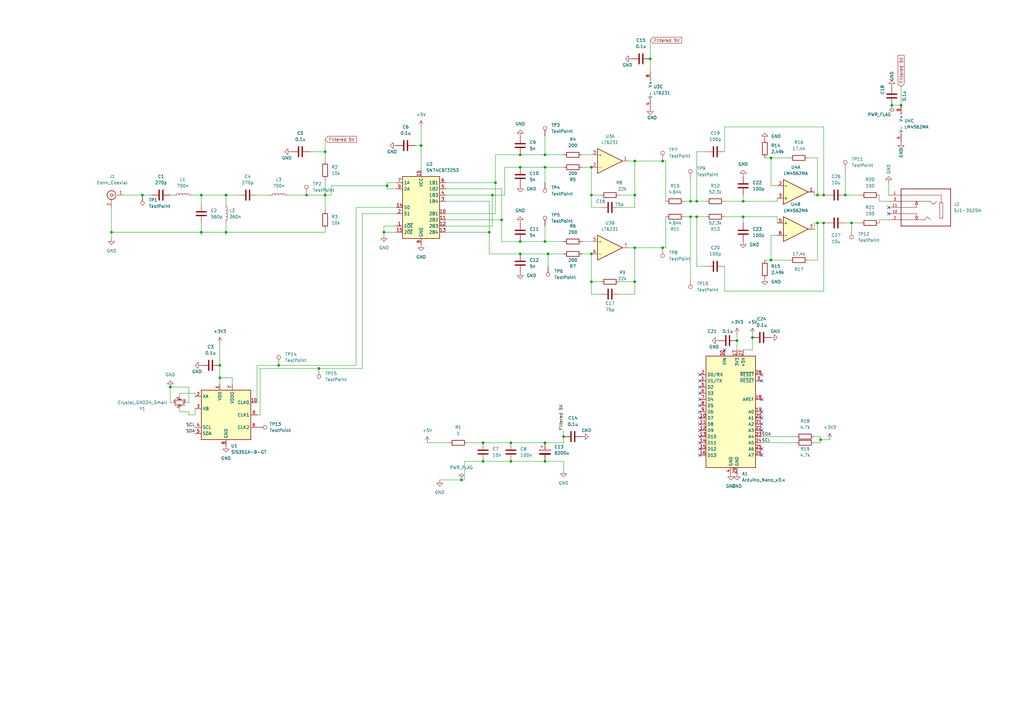
<source format=kicad_sch>
(kicad_sch (version 20211123) (generator eeschema)
  (paper "A3")
  (junction (at 189.23 196.85))
  (junction (at 223.52 189.23))
  (junction (at 133.35 62.23))
  (junction (at 283.21 88.9))
  (junction (at 213.36 99.06))
  (junction (at 283.21 82.55))
  (junction (at 336.55 180.34))
  (junction (at 266.7 24.13))
  (junction (at 346.71 80.01))
  (junction (at 271.78 66.04))
  (junction (at 133.35 80.01))
  (junction (at 260.35 101.6))
  (junction (at 224.79 104.14))
  (junction (at 365.76 43.18))
  (junction (at 205.74 90.17))
  (junction (at 271.78 101.6))
  (junction (at 223.52 99.06))
  (junction (at 209.55 189.23))
  (junction (at 242.57 68.58))
  (junction (at 172.72 59.69))
  (junction (at 242.57 104.14))
  (junction (at 285.75 88.9))
  (junction (at 231.14 179.07))
  (junction (at 213.36 68.58))
  (junction (at 335.28 80.01))
  (junction (at 260.35 115.57))
  (junction (at 316.23 106.68))
  (junction (at 157.48 95.25))
  (junction (at 198.12 189.23))
  (junction (at 337.82 80.01))
  (junction (at 337.82 91.44))
  (junction (at 242.57 115.57))
  (junction (at 198.12 181.61))
  (junction (at 82.55 95.25))
  (junction (at 45.72 95.25))
  (junction (at 92.71 80.01))
  (junction (at 209.55 181.61))
  (junction (at 213.36 104.14))
  (junction (at 304.8 82.55))
  (junction (at 223.52 63.5))
  (junction (at 58.42 80.01))
  (junction (at 158.75 76.2))
  (junction (at 349.25 91.44))
  (junction (at 285.75 82.55))
  (junction (at 90.17 149.86))
  (junction (at 316.23 64.77))
  (junction (at 200.66 95.25))
  (junction (at 203.2 74.93))
  (junction (at 213.36 63.5))
  (junction (at 201.93 80.01))
  (junction (at 69.85 158.75))
  (junction (at 90.17 154.94))
  (junction (at 125.73 80.01))
  (junction (at 304.8 88.9))
  (junction (at 82.55 80.01))
  (junction (at 223.52 181.61))
  (junction (at 130.81 151.13))
  (junction (at 223.52 68.58))
  (junction (at 242.57 80.01))
  (junction (at 302.26 139.7))
  (junction (at 114.3 149.86))
  (junction (at 92.71 95.25))
  (junction (at 308.61 138.43))
  (junction (at 369.57 43.18))
  (junction (at 260.35 80.01))
  (junction (at 260.35 66.04))
  (junction (at 335.28 91.44))
  (no_connect (at 287.02 153.67))
  (no_connect (at 297.18 143.51))
  (no_connect (at 287.02 168.91))
  (no_connect (at 287.02 179.07))
  (no_connect (at 312.42 184.15))
  (no_connect (at 287.02 186.69))
  (no_connect (at 312.42 153.67))
  (no_connect (at 287.02 171.45))
  (no_connect (at 312.42 186.69))
  (no_connect (at 364.49 87.63))
  (no_connect (at 364.49 85.09))
  (no_connect (at 312.42 173.99))
  (no_connect (at 312.42 156.21))
  (no_connect (at 312.42 168.91))
  (no_connect (at 287.02 163.83))
  (no_connect (at 287.02 158.75))
  (no_connect (at 312.42 176.53))
  (no_connect (at 287.02 166.37))
  (no_connect (at 287.02 161.29))
  (no_connect (at 287.02 184.15))
  (no_connect (at 312.42 163.83))
  (no_connect (at 312.42 171.45))
  (no_connect (at 287.02 176.53))
  (no_connect (at 287.02 181.61))
  (no_connect (at 287.02 156.21))
  (no_connect (at 287.02 173.99))
  (wire (pts (xy 308.61 138.43) (xy 308.61 137.16)))
  (wire (pts (xy 318.77 82.55) (xy 318.77 81.28)))
  (wire (pts (xy 182.88 87.63) (xy 203.2 87.63)))
  (wire (pts (xy 189.23 196.85) (xy 190.5 196.85)))
  (wire (pts (xy 316.23 64.77) (xy 323.85 64.77)))
  (wire (pts (xy 106.68 151.13) (xy 130.81 151.13)))
  (wire (pts (xy 337.82 91.44) (xy 339.09 91.44)))
  (wire (pts (xy 346.71 91.44) (xy 349.25 91.44)))
  (wire (pts (xy 180.34 196.85) (xy 189.23 196.85)))
  (wire (pts (xy 213.36 68.58) (xy 223.52 68.58)))
  (wire (pts (xy 82.55 95.25) (xy 82.55 96.52)))
  (wire (pts (xy 133.35 73.66) (xy 133.35 80.01)))
  (wire (pts (xy 58.42 80.01) (xy 62.23 80.01)))
  (wire (pts (xy 273.05 66.04) (xy 273.05 82.55)))
  (wire (pts (xy 238.76 99.06) (xy 242.57 99.06)))
  (wire (pts (xy 127 62.23) (xy 133.35 62.23)))
  (wire (pts (xy 182.88 92.71) (xy 201.93 92.71)))
  (wire (pts (xy 92.71 80.01) (xy 97.79 80.01)))
  (wire (pts (xy 365.76 43.18) (xy 369.57 43.18)))
  (wire (pts (xy 114.3 149.86) (xy 105.41 149.86)))
  (wire (pts (xy 336.55 179.07) (xy 336.55 180.34)))
  (wire (pts (xy 360.68 91.44) (xy 360.68 90.17)))
  (wire (pts (xy 71.12 80.01) (xy 69.85 80.01)))
  (wire (pts (xy 242.57 80.01) (xy 246.38 80.01)))
  (wire (pts (xy 95.25 154.94) (xy 95.25 157.48)))
  (wire (pts (xy 316.23 96.52) (xy 316.23 106.68)))
  (wire (pts (xy 45.72 97.79) (xy 45.72 95.25)))
  (wire (pts (xy 349.25 93.98) (xy 349.25 91.44)))
  (wire (pts (xy 157.48 92.71) (xy 157.48 95.25)))
  (wire (pts (xy 302.26 139.7) (xy 302.26 143.51)))
  (wire (pts (xy 92.71 80.01) (xy 92.71 83.82)))
  (wire (pts (xy 334.01 179.07) (xy 336.55 179.07)))
  (wire (pts (xy 73.66 167.64) (xy 73.66 168.91)))
  (wire (pts (xy 162.56 77.47) (xy 158.75 77.47)))
  (wire (pts (xy 224.79 104.14) (xy 231.14 104.14)))
  (wire (pts (xy 203.2 87.63) (xy 203.2 74.93)))
  (wire (pts (xy 260.35 101.6) (xy 257.81 101.6)))
  (wire (pts (xy 77.47 170.18) (xy 77.47 168.91)))
  (wire (pts (xy 260.35 115.57) (xy 260.35 101.6)))
  (wire (pts (xy 242.57 80.01) (xy 242.57 85.09)))
  (wire (pts (xy 297.18 82.55) (xy 304.8 82.55)))
  (wire (pts (xy 172.72 52.07) (xy 172.72 59.69)))
  (wire (pts (xy 82.55 80.01) (xy 92.71 80.01)))
  (wire (pts (xy 209.55 181.61) (xy 223.52 181.61)))
  (wire (pts (xy 223.52 63.5) (xy 231.14 63.5)))
  (wire (pts (xy 146.05 85.09) (xy 146.05 149.86)))
  (wire (pts (xy 213.36 63.5) (xy 223.52 63.5)))
  (wire (pts (xy 231.14 179.07) (xy 231.14 181.61)))
  (wire (pts (xy 254 80.01) (xy 260.35 80.01)))
  (wire (pts (xy 346.71 80.01) (xy 353.06 80.01)))
  (wire (pts (xy 223.52 55.88) (xy 223.52 63.5)))
  (wire (pts (xy 190.5 196.85) (xy 190.5 189.23)))
  (wire (pts (xy 205.74 99.06) (xy 213.36 99.06)))
  (wire (pts (xy 133.35 62.23) (xy 133.35 66.04)))
  (wire (pts (xy 231.14 189.23) (xy 231.14 193.04)))
  (wire (pts (xy 207.01 80.01) (xy 207.01 68.58)))
  (wire (pts (xy 133.35 95.25) (xy 133.35 93.98)))
  (wire (pts (xy 242.57 115.57) (xy 242.57 104.14)))
  (wire (pts (xy 105.41 80.01) (xy 110.49 80.01)))
  (wire (pts (xy 90.17 140.97) (xy 90.17 149.86)))
  (wire (pts (xy 304.8 88.9) (xy 318.77 88.9)))
  (wire (pts (xy 223.52 181.61) (xy 231.14 181.61)))
  (wire (pts (xy 105.41 149.86) (xy 105.41 165.1)))
  (wire (pts (xy 182.88 74.93) (xy 203.2 74.93)))
  (wire (pts (xy 271.78 66.04) (xy 273.05 66.04)))
  (wire (pts (xy 364.49 74.93) (xy 364.49 80.01)))
  (wire (pts (xy 349.25 91.44) (xy 353.06 91.44)))
  (wire (pts (xy 223.52 92.71) (xy 223.52 99.06)))
  (wire (pts (xy 213.36 104.14) (xy 224.79 104.14)))
  (wire (pts (xy 313.69 64.77) (xy 316.23 64.77)))
  (wire (pts (xy 90.17 154.94) (xy 90.17 157.48)))
  (wire (pts (xy 254 120.65) (xy 260.35 120.65)))
  (wire (pts (xy 77.47 158.75) (xy 69.85 158.75)))
  (wire (pts (xy 335.28 64.77) (xy 335.28 80.01)))
  (wire (pts (xy 337.82 52.07) (xy 297.18 52.07)))
  (wire (pts (xy 118.11 80.01) (xy 125.73 80.01)))
  (wire (pts (xy 335.28 91.44) (xy 337.82 91.44)))
  (wire (pts (xy 205.74 90.17) (xy 205.74 99.06)))
  (wire (pts (xy 313.69 106.68) (xy 316.23 106.68)))
  (wire (pts (xy 337.82 52.07) (xy 337.82 80.01)))
  (wire (pts (xy 76.2 165.1) (xy 77.47 165.1)))
  (wire (pts (xy 285.75 62.23) (xy 289.56 62.23)))
  (wire (pts (xy 80.01 161.29) (xy 80.01 162.56)))
  (wire (pts (xy 224.79 109.22) (xy 224.79 104.14)))
  (wire (pts (xy 283.21 73.66) (xy 283.21 82.55)))
  (wire (pts (xy 92.71 95.25) (xy 133.35 95.25)))
  (wire (pts (xy 336.55 180.34) (xy 340.36 180.34)))
  (wire (pts (xy 125.73 80.01) (xy 133.35 80.01)))
  (wire (pts (xy 198.12 181.61) (xy 209.55 181.61)))
  (wire (pts (xy 346.71 69.85) (xy 346.71 80.01)))
  (wire (pts (xy 201.93 80.01) (xy 201.93 92.71)))
  (wire (pts (xy 223.52 189.23) (xy 231.14 189.23)))
  (wire (pts (xy 238.76 104.14) (xy 242.57 104.14)))
  (wire (pts (xy 285.75 82.55) (xy 285.75 62.23)))
  (wire (pts (xy 238.76 68.58) (xy 242.57 68.58)))
  (wire (pts (xy 78.74 80.01) (xy 82.55 80.01)))
  (wire (pts (xy 182.88 80.01) (xy 201.93 80.01)))
  (wire (pts (xy 238.76 63.5) (xy 242.57 63.5)))
  (wire (pts (xy 335.28 91.44) (xy 334.01 91.44)))
  (wire (pts (xy 304.8 82.55) (xy 318.77 82.55)))
  (wire (pts (xy 191.77 181.61) (xy 198.12 181.61)))
  (wire (pts (xy 205.74 77.47) (xy 205.74 90.17)))
  (wire (pts (xy 242.57 120.65) (xy 242.57 115.57)))
  (wire (pts (xy 182.88 90.17) (xy 205.74 90.17)))
  (wire (pts (xy 133.35 57.15) (xy 133.35 62.23)))
  (wire (pts (xy 69.85 158.75) (xy 69.85 165.1)))
  (wire (pts (xy 77.47 165.1) (xy 77.47 158.75)))
  (wire (pts (xy 172.72 59.69) (xy 172.72 69.85)))
  (wire (pts (xy 337.82 80.01) (xy 339.09 80.01)))
  (wire (pts (xy 334.01 80.01) (xy 335.28 80.01)))
  (wire (pts (xy 304.8 88.9) (xy 304.8 91.44)))
  (wire (pts (xy 334.01 181.61) (xy 336.55 181.61)))
  (wire (pts (xy 336.55 180.34) (xy 336.55 181.61)))
  (wire (pts (xy 273.05 88.9) (xy 273.05 101.6)))
  (wire (pts (xy 260.35 66.04) (xy 271.78 66.04)))
  (wire (pts (xy 260.35 66.04) (xy 257.81 66.04)))
  (wire (pts (xy 312.42 181.61) (xy 326.39 181.61)))
  (wire (pts (xy 285.75 88.9) (xy 289.56 88.9)))
  (wire (pts (xy 316.23 64.77) (xy 316.23 76.2)))
  (wire (pts (xy 170.18 59.69) (xy 172.72 59.69)))
  (wire (pts (xy 360.68 90.17) (xy 364.49 90.17)))
  (wire (pts (xy 283.21 88.9) (xy 285.75 88.9)))
  (wire (pts (xy 207.01 68.58) (xy 213.36 68.58)))
  (wire (pts (xy 231.14 176.53) (xy 231.14 179.07)))
  (wire (pts (xy 130.81 151.13) (xy 148.59 151.13)))
  (wire (pts (xy 285.75 88.9) (xy 285.75 109.22)))
  (wire (pts (xy 133.35 80.01) (xy 133.35 86.36)))
  (wire (pts (xy 158.75 74.93) (xy 162.56 74.93)))
  (wire (pts (xy 77.47 170.18) (xy 80.01 170.18)))
  (wire (pts (xy 369.57 43.18) (xy 369.57 35.56)))
  (wire (pts (xy 90.17 154.94) (xy 95.25 154.94)))
  (wire (pts (xy 246.38 120.65) (xy 242.57 120.65)))
  (wire (pts (xy 182.88 82.55) (xy 200.66 82.55)))
  (wire (pts (xy 157.48 95.25) (xy 157.48 96.52)))
  (wire (pts (xy 201.93 80.01) (xy 207.01 80.01)))
  (wire (pts (xy 82.55 80.01) (xy 82.55 83.82)))
  (wire (pts (xy 146.05 149.86) (xy 114.3 149.86)))
  (wire (pts (xy 105.41 170.18) (xy 106.68 170.18)))
  (wire (pts (xy 285.75 82.55) (xy 289.56 82.55)))
  (wire (pts (xy 148.59 151.13) (xy 148.59 87.63)))
  (wire (pts (xy 162.56 85.09) (xy 146.05 85.09)))
  (wire (pts (xy 271.78 101.6) (xy 273.05 101.6)))
  (wire (pts (xy 162.56 92.71) (xy 157.48 92.71)))
  (wire (pts (xy 335.28 91.44) (xy 335.28 106.68)))
  (wire (pts (xy 213.36 99.06) (xy 223.52 99.06)))
  (wire (pts (xy 297.18 52.07) (xy 297.18 62.23)))
  (wire (pts (xy 223.52 74.93) (xy 223.52 68.58)))
  (wire (pts (xy 182.88 77.47) (xy 205.74 77.47)))
  (wire (pts (xy 223.52 99.06) (xy 231.14 99.06)))
  (wire (pts (xy 334.01 91.44) (xy 334.01 93.98)))
  (wire (pts (xy 302.26 137.16) (xy 302.26 139.7)))
  (wire (pts (xy 312.42 179.07) (xy 326.39 179.07)))
  (wire (pts (xy 337.82 119.38) (xy 297.18 119.38)))
  (wire (pts (xy 175.26 181.61) (xy 184.15 181.61)))
  (wire (pts (xy 190.5 189.23) (xy 198.12 189.23)))
  (wire (pts (xy 200.66 104.14) (xy 213.36 104.14)))
  (wire (pts (xy 285.75 109.22) (xy 289.56 109.22)))
  (wire (pts (xy 335.28 80.01) (xy 337.82 80.01)))
  (wire (pts (xy 80.01 170.18) (xy 80.01 167.64)))
  (wire (pts (xy 254 85.09) (xy 260.35 85.09)))
  (wire (pts (xy 283.21 114.3) (xy 283.21 88.9)))
  (wire (pts (xy 242.57 68.58) (xy 242.57 80.01)))
  (wire (pts (xy 73.66 161.29) (xy 73.66 162.56)))
  (wire (pts (xy 337.82 91.44) (xy 337.82 119.38)))
  (wire (pts (xy 50.8 80.01) (xy 58.42 80.01)))
  (wire (pts (xy 158.75 76.2) (xy 158.75 74.93)))
  (wire (pts (xy 73.66 161.29) (xy 80.01 161.29)))
  (wire (pts (xy 203.2 74.93) (xy 203.2 63.5)))
  (wire (pts (xy 209.55 189.23) (xy 223.52 189.23)))
  (wire (pts (xy 331.47 106.68) (xy 335.28 106.68)))
  (wire (pts (xy 297.18 88.9) (xy 304.8 88.9)))
  (wire (pts (xy 203.2 63.5) (xy 213.36 63.5)))
  (wire (pts (xy 335.28 64.77) (xy 331.47 64.77)))
  (wire (pts (xy 316.23 106.68) (xy 323.85 106.68)))
  (wire (pts (xy 304.8 80.01) (xy 304.8 82.55)))
  (wire (pts (xy 260.35 101.6) (xy 271.78 101.6)))
  (wire (pts (xy 200.66 82.55) (xy 200.66 95.25)))
  (wire (pts (xy 133.35 80.01) (xy 135.89 80.01)))
  (wire (pts (xy 280.67 88.9) (xy 283.21 88.9)))
  (wire (pts (xy 360.68 80.01) (xy 360.68 82.55)))
  (wire (pts (xy 360.68 82.55) (xy 364.49 82.55)))
  (wire (pts (xy 334.01 78.74) (xy 334.01 80.01)))
  (wire (pts (xy 148.59 87.63) (xy 162.56 87.63)))
  (wire (pts (xy 106.68 170.18) (xy 106.68 151.13)))
  (wire (pts (xy 242.57 85.09) (xy 246.38 85.09)))
  (wire (pts (xy 45.72 95.25) (xy 82.55 95.25)))
  (wire (pts (xy 82.55 95.25) (xy 92.71 95.25)))
  (wire (pts (xy 260.35 80.01) (xy 260.35 85.09)))
  (wire (pts (xy 77.47 168.91) (xy 73.66 168.91)))
  (wire (pts (xy 297.18 119.38) (xy 297.18 109.22)))
  (wire (pts (xy 283.21 82.55) (xy 285.75 82.55)))
  (wire (pts (xy 135.89 76.2) (xy 158.75 76.2)))
  (wire (pts (xy 135.89 80.01) (xy 135.89 76.2)))
  (wire (pts (xy 318.77 88.9) (xy 318.77 91.44)))
  (wire (pts (xy 200.66 95.25) (xy 200.66 104.14)))
  (wire (pts (xy 246.38 115.57) (xy 242.57 115.57)))
  (wire (pts (xy 69.85 165.1) (xy 71.12 165.1)))
  (wire (pts (xy 316.23 76.2) (xy 318.77 76.2)))
  (wire (pts (xy 223.52 68.58) (xy 231.14 68.58)))
  (wire (pts (xy 198.12 189.23) (xy 209.55 189.23)))
  (wire (pts (xy 157.48 95.25) (xy 162.56 95.25)))
  (wire (pts (xy 260.35 66.04) (xy 260.35 80.01)))
  (wire (pts (xy 260.35 120.65) (xy 260.35 115.57)))
  (wire (pts (xy 304.8 143.51) (xy 308.61 143.51)))
  (wire (pts (xy 266.7 24.13) (xy 266.7 29.21)))
  (wire (pts (xy 254 115.57) (xy 260.35 115.57)))
  (wire (pts (xy 266.7 16.51) (xy 266.7 24.13)))
  (wire (pts (xy 280.67 82.55) (xy 283.21 82.55)))
  (wire (pts (xy 158.75 77.47) (xy 158.75 76.2)))
  (wire (pts (xy 92.71 95.25) (xy 92.71 96.52)))
  (wire (pts (xy 316.23 96.52) (xy 318.77 96.52)))
  (wire (pts (xy 45.72 95.25) (xy 45.72 85.09)))
  (wire (pts (xy 182.88 95.25) (xy 200.66 95.25)))
  (wire (pts (xy 82.55 91.44) (xy 82.55 95.25)))
  (wire (pts (xy 92.71 91.44) (xy 92.71 95.25)))
  (wire (pts (xy 308.61 143.51) (xy 308.61 138.43)))
  (wire (pts (xy 90.17 149.86) (xy 90.17 154.94)))
  (label "SDA" (at 80.01 177.8 180))
  (label "SDA" (at 312.42 179.07 0))
  (label "Filtered 5V" (at 231.14 176.53 90))
  (label "SCL" (at 312.42 181.61 0))
  (label "SCL" (at 80.01 175.26 180))
  (global_label "Filtered 5V" (shape input) (at 266.7 16.51 0) (property "Intersheet References" "${INTERSHEET_REFS}" (effects hide)))
  (global_label "Filtered 5V" (shape input) (at 369.57 35.56 90) (property "Intersheet References" "${INTERSHEET_REFS}" (effects hide)))
  (global_label "Filtered 5V" (shape input) (at 133.35 57.15 0) (property "Intersheet References" "${INTERSHEET_REFS}" (effects hide)))
  (symbol (lib_id "power:GND") (at 365.76 35.56 180) (unit 1)
    (property "Reference" "#PWR021" (effects hide))
    (property "Value" "GND" (at 365.76 29.21 90) (effects (justify left)))
  )
  (symbol (lib_id "power:PWR_FLAG") (at 365.76 43.18 180) (unit 1)
    (property "Reference" "#FLG0101" (effects hide))
    (property "Value" "PWR_FLAG" (at 360.68 46.99 0))
  )
  (symbol (lib_id "lt6231:LT6231") (at 372.11 50.8 0) (unit 3)
    (property "Reference" "U4" (at 370.84 49.5299 0) (effects (justify left)))
    (property "Value" "LM4562MA" (at 370.84 52.0699 0) (effects (justify left)))
    (property "Footprint" "Package_SO:SOIC-8_3.9x4.9mm_P1.27mm" (effects hide))
    (property "Datasheet" "https://www.analog.com/media/en/technical-documentation/data-sheets/623012fc.pdf" (effects hide))
  )
  (symbol (lib_id "power:GND") (at 316.23 138.43 90) (unit 1)
    (property "Reference" "#PWR033" (effects hide))
    (property "Value" "GND" (at 320.04 135.89 90) (effects (justify left)))
  )
  (symbol (lib_id "Connector:TestPoint") (at 349.25 93.98 180) (unit 1)
    (property "Reference" "TP12" (at 351.79 96.0119 0) (effects (justify right)))
    (property "Value" "TestPoint" (at 351.79 98.5519 0) (effects (justify right)))
    (property "Footprint" "TestPoint:TestPoint_THTPad_2.0x2.0mm_Drill1.0mm" (effects hide))
  )
  (symbol (lib_id "Device:R") (at 330.2 181.61 270) (unit 1)
    (property "Reference" "R19" (at 330.2 184.15 90))
    (property "Value" "4.7k" (at 330.2 186.69 90))
    (property "Footprint" "Resistor_SMD:R_0805_2012Metric" (effects hide))
    (property "Datasheet" "https://www.te.com/commerce/DocumentDelivery/DDEController?Action=srchrtrv&DocNm=1773204-3&DocType=DS&DocLang=English" (effects hide))
  )
  (symbol (lib_id "power:GND") (at 213.36 55.88 180) (unit 1)
    (property "Reference" "#PWR014" (effects hide))
    (property "Value" "GND" (at 213.36 50.8 0))
  )
  (symbol (lib_id "Device:C") (at 66.04 80.01 270) (unit 1)
    (property "Reference" "C1" (at 66.04 72.39 90))
    (property "Value" "270p" (at 66.04 74.93 90))
    (property "Footprint" "Capacitor_SMD:C_0805_2012Metric" (effects hide))
    (property "Datasheet" "https://industrial.panasonic.com/ww/products/pt/film-cap-electroequip/models/ECHU1H271GX5" (effects hide))
  )
  (symbol (lib_id "Device:R") (at 356.87 80.01 270) (unit 1)
    (property "Reference" "R20" (at 356.87 73.66 90))
    (property "Value" "100" (at 356.87 76.2 90))
    (property "Footprint" "Resistor_SMD:R_0805_2012Metric" (effects hide))
    (property "Datasheet" "https://www.koaspeer.com/pdfs/RK73G.pdf" (effects hide))
  )
  (symbol (lib_id "Device:C_Polarized") (at 223.52 185.42 0) (unit 1)
    (property "Reference" "C13" (at 227.33 183.2609 0) (effects (justify left)))
    (property "Value" "8200u" (at 227.33 185.8009 0) (effects (justify left)))
    (property "Footprint" "Capacitor_THT:CP_Radial_D16.0mm_P7.50mm" (effects hide))
    (property "Datasheet" "https://www.nteinc.com/capacitor_web/pdf/vht.pdf" (effects hide))
  )
  (symbol (lib_id "Device:R") (at 250.19 115.57 90) (unit 1)
    (property "Reference" "R9" (at 255.27 111.76 90))
    (property "Value" "22k" (at 255.27 114.3 90))
    (property "Footprint" "Resistor_SMD:R_0805_2012Metric" (effects hide))
    (property "Datasheet" "https://www.te.com/commerce/DocumentDelivery/DDEController?Action=srchrtrv&DocNm=1773204&DocType=DS&DocLang=English" (effects hide))
  )
  (symbol (lib_id "power:+3.3V") (at 90.17 140.97 0) (unit 1)
    (property "Reference" "#PWR04" (effects hide))
    (property "Value" "+3.3V" (at 90.17 135.89 0))
  )
  (symbol (lib_id "Device:Crystal_GND24_Small") (at 73.66 165.1 90) (unit 1)
    (property "Reference" "Y1" (at 58.42 167.64 90))
    (property "Value" "Crystal_GND24_Small" (at 58.42 165.1 90))
    (property "Footprint" "Crystal:Crystal_SMD_3225-4Pin_3.2x2.5mm" (effects hide))
    (property "Datasheet" "https://media.digikey.com/pdf/Data%20Sheets/AVX%20PDFs/CX3225SB_UKY1C-H1-16355-00_Spec.pdf" (effects hide))
  )
  (symbol (lib_id "power:GND") (at 92.71 182.88 0) (unit 1)
    (property "Reference" "#PWR06" (effects hide))
    (property "Value" "GND" (at 92.71 187.96 0))
  )
  (symbol (lib_id "power:GND") (at 180.34 196.85 0) (unit 1)
    (property "Reference" "#PWR013" (effects hide))
    (property "Value" "GND" (at 180.34 201.93 0))
  )
  (symbol (lib_id "Connector:TestPoint") (at 271.78 66.04 0) (unit 1)
    (property "Reference" "TP7" (at 274.32 61.4679 0) (effects (justify left)))
    (property "Value" "TestPoint" (at 274.32 64.0079 0) (effects (justify left)))
    (property "Footprint" "TestPoint:TestPoint_THTPad_2.0x2.0mm_Drill1.0mm" (effects hide))
  )
  (symbol (lib_id "Device:C") (at 213.36 72.39 180) (unit 1)
    (property "Reference" "C10" (at 217.17 71.1199 0) (effects (justify right)))
    (property "Value" "5n" (at 217.17 73.6599 0) (effects (justify right)))
    (property "Footprint" "Capacitor_SMD:C_0805_2012Metric" (effects hide))
    (property "Datasheet" "https://search.murata.co.jp/Ceramy/image/img/A01X/G101/ENG/GRM2195C1H512JA01-01.pdf" (effects hide))
  )
  (symbol (lib_id "Connector:TestPoint") (at 223.52 74.93 180) (unit 1)
    (property "Reference" "TP4" (at 226.06 76.9619 0) (effects (justify right)))
    (property "Value" "TestPoint" (at 226.06 79.5019 0) (effects (justify right)))
    (property "Footprint" "TestPoint:TestPoint_THTPad_2.0x2.0mm_Drill1.0mm" (effects hide))
  )
  (symbol (lib_id "Device:R") (at 327.66 64.77 90) (unit 1)
    (property "Reference" "R16" (at 327.66 58.42 90))
    (property "Value" "17.4k" (at 327.66 60.96 90))
    (property "Footprint" "Resistor_SMD:R_0805_2012Metric" (effects hide))
    (property "Datasheet" "https://industrial.panasonic.com/cdbs/www-data/pdf/RDM0000/AOA0000C307.pdf" (effects hide))
  )
  (symbol (lib_id "Device:R") (at 234.95 104.14 90) (unit 1)
    (property "Reference" "R7" (at 234.95 109.22 90))
    (property "Value" "200" (at 234.95 106.68 90))
    (property "Footprint" "Resistor_SMD:R_1206_3216Metric" (effects hide))
    (property "Datasheet" "https://www.koaspeer.com/pdfs/RK73G.pdf" (effects hide))
  )
  (symbol (lib_id "Device:C") (at 213.36 95.25 180) (unit 1)
    (property "Reference" "C11" (at 217.17 93.9799 0) (effects (justify right)))
    (property "Value" "5n" (at 217.17 96.5199 0) (effects (justify right)))
    (property "Footprint" "Capacitor_SMD:C_0805_2012Metric" (effects hide))
    (property "Datasheet" "https://search.murata.co.jp/Ceramy/image/img/A01X/G101/ENG/GRM2195C1H512JA01-01.pdf" (effects hide))
  )
  (symbol (lib_id "power:PWR_FLAG") (at 189.23 196.85 0) (unit 1)
    (property "Reference" "#FLG0102" (effects hide))
    (property "Value" "PWR_FLAG" (at 189.23 191.77 0))
  )
  (symbol (lib_id "lt6231:LT6231") (at 269.24 36.83 0) (unit 3)
    (property "Reference" "U3" (at 267.97 35.5599 0) (effects (justify left)))
    (property "Value" "LT6231" (at 267.97 38.0999 0) (effects (justify left)))
    (property "Footprint" "Package_SO:SOIC-8_3.9x4.9mm_P1.27mm" (effects hide))
    (property "Datasheet" "https://www.analog.com/media/en/technical-documentation/data-sheets/623012fc.pdf" (effects hide))
  )
  (symbol (lib_id "power:GND") (at 213.36 111.76 0) (unit 1)
    (property "Reference" "#PWR017" (effects hide))
    (property "Value" "GND" (at 215.9 113.0299 0) (effects (justify left)))
  )
  (symbol (lib_id "Device:C") (at 101.6 80.01 90) (unit 1)
    (property "Reference" "C4" (at 101.6 72.39 90))
    (property "Value" "270p" (at 101.6 74.93 90))
    (property "Footprint" "Capacitor_SMD:C_0805_2012Metric" (effects hide))
    (property "Datasheet" "https://industrial.panasonic.com/ww/products/pt/film-cap-electroequip/models/ECHU1H271GX5" (effects hide))
  )
  (symbol (lib_id "power:+3.3V") (at 302.26 137.16 0) (unit 1)
    (property "Reference" "#PWR026" (effects hide))
    (property "Value" "+3.3V" (at 302.26 132.08 0))
  )
  (symbol (lib_id "power:GND") (at 119.38 62.23 270) (unit 1)
    (property "Reference" "#PWR07" (effects hide))
    (property "Value" "GND" (at 115.57 64.77 90) (effects (justify left)))
  )
  (symbol (lib_id "power:GND") (at 313.69 57.15 180) (unit 1)
    (property "Reference" "#PWR031" (effects hide))
    (property "Value" "GND" (at 316.23 55.8799 0) (effects (justify right)))
  )
  (symbol (lib_id "Device:R") (at 330.2 179.07 90) (unit 1)
    (property "Reference" "R18" (at 330.2 172.72 90))
    (property "Value" "4.7k" (at 330.2 175.26 90))
    (property "Footprint" "Resistor_SMD:R_0805_2012Metric" (effects hide))
    (property "Datasheet" "https://www.te.com/commerce/DocumentDelivery/DDEController?Action=srchrtrv&DocNm=1773204-3&DocType=DS&DocLang=English" (effects hide))
  )
  (symbol (lib_id "Device:L") (at 114.3 80.01 90) (unit 1)
    (property "Reference" "L3" (at 114.3 73.66 90))
    (property "Value" "750n" (at 114.3 76.2 90))
    (property "Footprint" "Inductor_THT:L_Toroid_Vertical_L10.0mm_W5.0mm_P5.08mm" (effects hide))
    (property "Datasheet" "https://www.66pacific.com/calculators/toroid-coil-winding-calculator.aspx" (effects hide))
  )
  (symbol (lib_id "power:GND") (at 304.8 72.39 180) (unit 1)
    (property "Reference" "#PWR028" (effects hide))
    (property "Value" "GND" (at 304.8 67.31 0))
  )
  (symbol (lib_id "lt6231:LT6231") (at 326.39 78.74 0) (mirror x) (unit 1)
    (property "Reference" "U4" (at 326.39 68.58 0))
    (property "Value" "LM4562MA" (at 326.39 71.12 0))
    (property "Footprint" "Package_SO:SOIC-8_3.9x4.9mm_P1.27mm" (effects hide))
    (property "Datasheet" "https://www.analog.com/media/en/technical-documentation/data-sheets/623012fc.pdf" (effects hide))
  )
  (symbol (lib_id "power:GND") (at 69.85 158.75 180) (unit 1)
    (property "Reference" "#PWR02" (effects hide))
    (property "Value" "GND" (at 69.85 153.67 0))
  )
  (symbol (lib_id "Connector:TestPoint") (at 283.21 73.66 0) (unit 1)
    (property "Reference" "TP9" (at 285.75 69.0879 0) (effects (justify left)))
    (property "Value" "TestPoint" (at 285.75 71.6279 0) (effects (justify left)))
    (property "Footprint" "TestPoint:TestPoint_THTPad_2.0x2.0mm_Drill1.0mm" (effects hide))
  )
  (symbol (lib_id "power:GND") (at 304.8 99.06 0) (unit 1)
    (property "Reference" "#PWR029" (effects hide))
    (property "Value" "GND" (at 307.34 100.3299 0) (effects (justify left)))
  )
  (symbol (lib_id "power:GND") (at 266.7 44.45 0) (unit 1)
    (property "Reference" "#PWR08" (effects hide))
    (property "Value" "GND" (at 265.43 48.26 0) (effects (justify left)))
  )
  (symbol (lib_id "Device:C") (at 213.36 59.69 180) (unit 1)
    (property "Reference" "C9" (at 217.17 58.4199 0) (effects (justify right)))
    (property "Value" "5n" (at 217.17 60.9599 0) (effects (justify right)))
    (property "Footprint" "Capacitor_SMD:C_0805_2012Metric" (effects hide))
    (property "Datasheet" "https://search.murata.co.jp/Ceramy/image/img/A01X/G101/ENG/GRM2195C1H512JA01-01.pdf" (effects hide))
  )
  (symbol (lib_id "Connector:TestPoint") (at 114.3 149.86 0) (unit 1)
    (property "Reference" "TP14" (at 116.84 145.2879 0) (effects (justify left)))
    (property "Value" "TestPoint" (at 116.84 147.8279 0) (effects (justify left)))
    (property "Footprint" "TestPoint:TestPoint_THTPad_2.0x2.0mm_Drill1.0mm" (effects hide))
  )
  (symbol (lib_id "Device:C") (at 198.12 185.42 0) (unit 1)
    (property "Reference" "C7" (at 201.93 184.1499 0) (effects (justify left)))
    (property "Value" "10n" (at 201.93 186.6899 0) (effects (justify left)))
    (property "Footprint" "Capacitor_SMD:C_0805_2012Metric" (effects hide))
    (property "Datasheet" "https://www.cde.com/resources/catalogs/FCP.pdf" (effects hide))
  )
  (symbol (lib_id "Connector:TestPoint") (at 271.78 101.6 180) (unit 1)
    (property "Reference" "TP8" (at 274.32 103.6319 0) (effects (justify right)))
    (property "Value" "TestPoint" (at 274.32 106.1719 0) (effects (justify right)))
    (property "Footprint" "TestPoint:TestPoint_THTPad_2.0x2.0mm_Drill1.0mm" (effects hide))
  )
  (symbol (lib_id "power:GND") (at 364.49 74.93 180) (unit 1)
    (property "Reference" "#PWR023" (effects hide))
    (property "Value" "GND" (at 364.49 67.31 90) (effects (justify left)))
  )
  (symbol (lib_id "Analog_Switch:SN74CBT3253") (at 172.72 85.09 0) (unit 1)
    (property "Reference" "U2" (at 174.7394 67.31 0) (effects (justify left)))
    (property "Value" "SN74CBT3253" (at 174.7394 69.85 0) (effects (justify left)))
    (property "Footprint" "Package_SO:SOIC-16_3.9x9.9mm_P1.27mm" (effects hide))
    (property "Datasheet" "http://www.ti.com/lit/gpn/sn74cbt3253" (effects hide))
  )
  (symbol (lib_id "power:GND") (at 45.72 97.79 0) (unit 1)
    (property "Reference" "#PWR01" (effects hide))
    (property "Value" "GND" (at 45.72 102.87 0))
  )
  (symbol (lib_id "Device:L") (at 74.93 80.01 90) (unit 1)
    (property "Reference" "L1" (at 74.93 73.66 90))
    (property "Value" "750n" (at 74.93 76.2 90))
    (property "Footprint" "Inductor_THT:L_Toroid_Vertical_L10.0mm_W5.0mm_P5.08mm" (effects hide))
    (property "Datasheet" "https://www.66pacific.com/calculators/toroid-coil-winding-calculator.aspx" (effects hide))
  )
  (symbol (lib_id "Connector:Conn_Coaxial") (at 45.72 80.01 0) (mirror y) (unit 1)
    (property "Reference" "J1" (at 46.0374 72.39 0))
    (property "Value" "Conn_Coaxial" (at 46.0374 74.93 0))
    (property "Footprint" "Connector_Coaxial:BNC_Amphenol_B6252HB-NPP3G-50_Horizontal" (effects hide))
    (property "Datasheet" " ~" (effects hide))
  )
  (symbol (lib_id "Device:C") (at 304.8 76.2 180) (unit 1)
    (property "Reference" "C22" (at 308.61 74.9299 0) (effects (justify right)))
    (property "Value" "100p" (at 308.61 77.4699 0) (effects (justify right)))
    (property "Footprint" "Capacitor_SMD:C_0805_2012Metric" (effects hide))
    (property "Datasheet" "https://industrial.panasonic.com/ww/products/pt/film-cap-electroequip/models/ECHU1H101GX5" (effects hide))
  )
  (symbol (lib_id "Device:C") (at 209.55 185.42 0) (unit 1)
    (property "Reference" "C8" (at 213.36 184.1499 0) (effects (justify left)))
    (property "Value" "100n" (at 213.36 186.6899 0) (effects (justify left)))
    (property "Footprint" "Capacitor_SMD:C_0805_2012Metric" (effects hide))
    (property "Datasheet" "https://www.cde.com/resources/catalogs/FCA.pdf" (effects hide))
  )
  (symbol (lib_id "Connector:TestPoint") (at 130.81 151.13 180) (unit 1)
    (property "Reference" "TP15" (at 133.35 153.1619 0) (effects (justify right)))
    (property "Value" "TestPoint" (at 133.35 155.7019 0) (effects (justify right)))
    (property "Footprint" "TestPoint:TestPoint_THTPad_2.0x2.0mm_Drill1.0mm" (effects hide))
  )
  (symbol (lib_id "Connector:TestPoint") (at 105.41 175.26 270) (unit 1)
    (property "Reference" "TP13" (at 110.49 173.9899 90) (effects (justify left)))
    (property "Value" "TestPoint" (at 110.49 176.5299 90) (effects (justify left)))
    (property "Footprint" "TestPoint:TestPoint_THTPad_2.0x2.0mm_Drill1.0mm" (effects hide))
  )
  (symbol (lib_id "power:GND") (at 213.36 91.44 180) (unit 1)
    (property "Reference" "#PWR016" (effects hide))
    (property "Value" "GND" (at 213.36 86.36 0))
  )
  (symbol (lib_id "Device:C") (at 250.19 85.09 270) (unit 1)
    (property "Reference" "C16" (at 246.38 82.55 90))
    (property "Value" "75p" (at 254 83.82 90))
    (property "Footprint" "Capacitor_SMD:C_0805_2012Metric" (effects hide))
    (property "Datasheet" "https://www.mouser.com/c/passive-components/capacitors/ceramic-capacitors/mlccs-multilayer-ceramic-capacitors/multilayer-ceramic-capacitors-mlcc-smd-smt/?capacitance=75%20pF&case%20code%20-%20in=0805&voltage%20rating%20dc=50%20VDC&instock=y" (effects hide))
  )
  (symbol (lib_id "Device:C") (at 293.37 62.23 90) (unit 1)
    (property "Reference" "C19" (at 293.37 54.61 90))
    (property "Value" "100p" (at 293.37 57.15 90))
    (property "Footprint" "Capacitor_SMD:C_0805_2012Metric" (effects hide))
    (property "Datasheet" "https://industrial.panasonic.com/ww/products/pt/film-cap-electroequip/models/ECHU1H101GX5" (effects hide))
  )
  (symbol (lib_id "Device:C") (at 365.76 39.37 0) (unit 1)
    (property "Reference" "C18" (at 361.95 36.83 90))
    (property "Value" "0.1u" (at 370.84 39.37 90))
    (property "Footprint" "Capacitor_SMD:C_0805_2012Metric" (effects hide))
    (property "Datasheet" "https://www.cde.com/resources/catalogs/FCA.pdf" (effects hide))
  )
  (symbol (lib_id "Device:C") (at 123.19 62.23 90) (unit 1)
    (property "Reference" "C5" (at 123.19 54.61 90))
    (property "Value" "0.1u" (at 123.19 57.15 90))
    (property "Footprint" "Capacitor_SMD:C_0805_2012Metric" (effects hide))
    (property "Datasheet" "https://www.cde.com/resources/catalogs/FCA.pdf" (effects hide))
  )
  (symbol (lib_id "Device:C") (at 166.37 59.69 90) (unit 1)
    (property "Reference" "C6" (at 166.37 52.07 90))
    (property "Value" "0.1u" (at 166.37 54.61 90))
    (property "Footprint" "Capacitor_SMD:C_0805_2012Metric" (effects hide))
    (property "Datasheet" "https://www.cde.com/resources/catalogs/FCA.pdf" (effects hide))
  )
  (symbol (lib_id "power:GND") (at 302.26 194.31 0) (unit 1)
    (property "Reference" "#PWR027" (effects hide))
    (property "Value" "GND" (at 302.26 199.39 0))
  )
  (symbol (lib_id "Device:C") (at 213.36 107.95 180) (unit 1)
    (property "Reference" "C12" (at 217.17 106.6799 0) (effects (justify right)))
    (property "Value" "5n" (at 217.17 109.2199 0) (effects (justify right)))
    (property "Footprint" "Capacitor_SMD:C_0805_2012Metric" (effects hide))
    (property "Datasheet" "https://search.murata.co.jp/Ceramy/image/img/A01X/G101/ENG/GRM2195C1H512JA01-01.pdf" (effects hide))
  )
  (symbol (lib_id "Device:R") (at 234.95 68.58 90) (unit 1)
    (property "Reference" "R5" (at 234.95 73.66 90))
    (property "Value" "200" (at 234.95 71.12 90))
    (property "Footprint" "Resistor_SMD:R_1206_3216Metric" (effects hide))
    (property "Datasheet" "https://www.koaspeer.com/pdfs/RK73G.pdf" (effects hide))
  )
  (symbol (lib_id "lt6231:LT6231") (at 326.39 93.98 0) (unit 2)
    (property "Reference" "U4" (at 326.39 83.82 0))
    (property "Value" "LM4562MA" (at 326.39 86.36 0))
    (property "Footprint" "Package_SO:SOIC-8_3.9x4.9mm_P1.27mm" (effects hide))
    (property "Datasheet" "https://www.analog.com/media/en/technical-documentation/data-sheets/623012fc.pdf" (effects hide))
  )
  (symbol (lib_id "Device:R") (at 234.95 63.5 90) (unit 1)
    (property "Reference" "R4" (at 234.95 57.15 90))
    (property "Value" "200" (at 234.95 59.69 90))
    (property "Footprint" "Resistor_SMD:R_1206_3216Metric" (effects hide))
    (property "Datasheet" "https://www.koaspeer.com/pdfs/RK73G.pdf" (effects hide))
  )
  (symbol (lib_id "Device:R") (at 250.19 80.01 90) (unit 1)
    (property "Reference" "R8" (at 254 74.93 90))
    (property "Value" "22k" (at 255.27 77.47 90))
    (property "Footprint" "Resistor_SMD:R_0805_2012Metric" (effects hide))
    (property "Datasheet" "https://www.te.com/commerce/DocumentDelivery/DDEController?Action=srchrtrv&DocNm=1773204&DocType=DS&DocLang=English" (effects hide))
  )
  (symbol (lib_id "Connector:TestPoint") (at 125.73 80.01 0) (unit 1)
    (property "Reference" "TP2" (at 128.27 75.4379 0) (effects (justify left)))
    (property "Value" "TestPoint" (at 128.27 77.9779 0) (effects (justify left)))
    (property "Footprint" "TestPoint:TestPoint_THTPad_2.0x2.0mm_Drill1.0mm" (effects hide))
  )
  (symbol (lib_id "Device:R") (at 133.35 90.17 0) (unit 1)
    (property "Reference" "R3" (at 135.89 88.8999 0) (effects (justify left)))
    (property "Value" "10k" (at 135.89 91.4399 0) (effects (justify left)))
    (property "Footprint" "Resistor_SMD:R_2512_6332Metric" (effects hide))
    (property "Datasheet" "http://www.calchipelectronics.com/pdf/rm_series.pdf" (effects hide))
  )
  (symbol (lib_id "power:GND") (at 238.76 179.07 90) (unit 1)
    (property "Reference" "#PWR019" (effects hide))
    (property "Value" "GND" (at 242.57 176.53 90) (effects (justify left)))
  )
  (symbol (lib_id "Device:L") (at 92.71 87.63 0) (unit 1)
    (property "Reference" "L2" (at 93.98 86.3599 0) (effects (justify left)))
    (property "Value" "360n" (at 93.98 88.8999 0) (effects (justify left)))
    (property "Footprint" "Inductor_THT:L_Toroid_Vertical_L10.0mm_W5.0mm_P5.08mm" (effects hide))
    (property "Datasheet" "https://www.66pacific.com/calculators/toroid-coil-winding-calculator.aspx" (effects hide))
  )
  (symbol (lib_id "lt6231:LT6231") (at 250.19 66.04 0) (unit 1)
    (property "Reference" "U3" (at 250.19 55.88 0))
    (property "Value" "LT6231" (at 250.19 58.42 0))
    (property "Footprint" "Package_SO:SOIC-8_3.9x4.9mm_P1.27mm" (effects hide))
    (property "Datasheet" "https://www.analog.com/media/en/technical-documentation/data-sheets/623012fc.pdf" (effects hide))
  )
  (symbol (lib_id "Device:R") (at 234.95 99.06 90) (unit 1)
    (property "Reference" "R6" (at 234.95 92.71 90))
    (property "Value" "200" (at 234.95 95.25 90))
    (property "Footprint" "Resistor_SMD:R_1206_3216Metric" (effects hide))
    (property "Datasheet" "https://www.koaspeer.com/pdfs/RK73G.pdf" (effects hide))
  )
  (symbol (lib_id "Device:C") (at 234.95 179.07 270) (unit 1)
    (property "Reference" "C14" (at 234.95 171.45 90))
    (property "Value" "0.1u" (at 234.95 173.99 90))
    (property "Footprint" "Capacitor_SMD:C_0805_2012Metric" (effects hide))
    (property "Datasheet" "https://www.cde.com/resources/catalogs/FCA.pdf" (effects hide))
  )
  (symbol (lib_id "Connector:TestPoint") (at 346.71 69.85 0) (unit 1)
    (property "Reference" "TP11" (at 349.25 65.2779 0) (effects (justify left)))
    (property "Value" "TestPoint" (at 349.25 67.8179 0) (effects (justify left)))
    (property "Footprint" "TestPoint:TestPoint_THTPad_2.0x2.0mm_Drill1.0mm" (effects hide))
  )
  (symbol (lib_id "power:GND") (at 294.64 139.7 270) (unit 1)
    (property "Reference" "#PWR024" (effects hide))
    (property "Value" "GND" (at 290.83 142.24 90) (effects (justify left)))
  )
  (symbol (lib_id "power:GND") (at 162.56 59.69 270) (unit 1)
    (property "Reference" "#PWR010" (effects hide))
    (property "Value" "GND" (at 158.75 62.23 90) (effects (justify left)))
  )
  (symbol (lib_id "Device:R") (at 276.86 88.9 270) (unit 1)
    (property "Reference" "R11" (at 276.86 93.98 90))
    (property "Value" "4.64k" (at 276.86 91.44 90))
    (property "Footprint" "Resistor_SMD:R_0805_2012Metric" (effects hide))
    (property "Datasheet" "https://industrial.panasonic.com/cdbs/www-data/pdf/RDA0000/AOA0000C304.pdf" (effects hide))
  )
  (symbol (lib_id "Connector:TestPoint") (at 283.21 114.3 180) (unit 1)
    (property "Reference" "TP10" (at 285.75 116.3319 0) (effects (justify right)))
    (property "Value" "TestPoint" (at 285.75 118.8719 0) (effects (justify right)))
    (property "Footprint" "TestPoint:TestPoint_THTPad_2.0x2.0mm_Drill1.0mm" (effects hide))
  )
  (symbol (lib_id "Device:C") (at 86.36 149.86 90) (unit 1)
    (property "Reference" "C3" (at 86.36 142.24 90))
    (property "Value" "0.1u" (at 86.36 144.78 90))
    (property "Footprint" "Capacitor_SMD:C_0805_2012Metric" (effects hide))
    (property "Datasheet" "https://www.cde.com/resources/catalogs/FCA.pdf" (effects hide))
  )
  (symbol (lib_id "Connector:TestPoint") (at 224.79 109.22 180) (unit 1)
    (property "Reference" "TP6" (at 227.33 111.2519 0) (effects (justify right)))
    (property "Value" "TestPoint" (at 227.33 113.7919 0) (effects (justify right)))
    (property "Footprint" "TestPoint:TestPoint_THTPad_2.0x2.0mm_Drill1.0mm" (effects hide))
  )
  (symbol (lib_id "Device:R") (at 293.37 82.55 270) (unit 1)
    (property "Reference" "R12" (at 293.37 76.2 90))
    (property "Value" "52.3k" (at 293.37 78.74 90))
    (property "Footprint" "Resistor_SMD:R_0805_2012Metric" (effects hide))
    (property "Datasheet" "https://www.seielect.com/catalog/sei-rncp.pdf" (effects hide))
  )
  (symbol (lib_id "Connector:TestPoint") (at 223.52 55.88 0) (unit 1)
    (property "Reference" "TP3" (at 226.06 51.3079 0) (effects (justify left)))
    (property "Value" "TestPoint" (at 226.06 53.8479 0) (effects (justify left)))
    (property "Footprint" "TestPoint:TestPoint_THTPad_2.0x2.0mm_Drill1.0mm" (effects hide))
  )
  (symbol (lib_id "power:GND") (at 213.36 76.2 0) (unit 1)
    (property "Reference" "#PWR015" (effects hide))
    (property "Value" "GND" (at 215.9 77.4699 0) (effects (justify left)))
  )
  (symbol (lib_id "power:+5V") (at 172.72 52.07 0) (unit 1)
    (property "Reference" "#PWR011" (effects hide))
    (property "Value" "+5V" (at 172.72 46.99 0))
  )
  (symbol (lib_id "Connector:TestPoint") (at 58.42 80.01 180) (unit 1)
    (property "Reference" "TP1" (at 60.96 82.0419 0) (effects (justify right)))
    (property "Value" "TestPoint" (at 60.96 84.5819 0) (effects (justify right)))
    (property "Footprint" "TestPoint:TestPoint_THTPad_2.0x2.0mm_Drill1.0mm" (effects hide))
  )
  (symbol (lib_id "Device:R") (at 356.87 91.44 270) (unit 1)
    (property "Reference" "R21" (at 356.87 85.09 90))
    (property "Value" "100" (at 356.87 87.63 90))
    (property "Footprint" "Resistor_SMD:R_0805_2012Metric" (effects hide))
    (property "Datasheet" "https://www.koaspeer.com/pdfs/RK73G.pdf" (effects hide))
  )
  (symbol (lib_id "power:GND") (at 82.55 149.86 270) (unit 1)
    (property "Reference" "#PWR03" (effects hide))
    (property "Value" "GND" (at 78.74 152.4 90) (effects (justify left)))
  )
  (symbol (lib_id "power:+5V") (at 175.26 181.61 0) (unit 1)
    (property "Reference" "#PWR05" (effects hide))
    (property "Value" "+5V" (at 175.26 176.53 0))
  )
  (symbol (lib_id "Device:R") (at 313.69 60.96 180) (unit 1)
    (property "Reference" "R14" (at 316.23 59.6899 0) (effects (justify right)))
    (property "Value" "2.49k" (at 316.23 62.2299 0) (effects (justify right)))
    (property "Footprint" "Resistor_SMD:R_0805_2012Metric" (effects hide))
    (property "Datasheet" "https://www.koaspeer.com/pdfs/RK73G.pdf" (effects hide))
  )
  (symbol (lib_id "power:GND") (at 299.72 194.31 0) (unit 1)
    (property "Reference" "#PWR025" (effects hide))
    (property "Value" "GND" (at 299.72 199.39 0))
  )
  (symbol (lib_id "Device:C") (at 342.9 91.44 270) (unit 1)
    (property "Reference" "C27" (at 342.9 96.52 90))
    (property "Value" "10u" (at 342.9 99.06 90))
    (property "Footprint" "Capacitor_SMD:C_0805_2012Metric" (effects hide))
    (property "Datasheet" "https://media.digikey.com/pdf/Data%20Sheets/Samsung%20PDFs/CL21A106KOQNNNG_Spec.pdf" (effects hide))
  )
  (symbol (lib_id "power:GND") (at 172.72 100.33 0) (unit 1)
    (property "Reference" "#PWR012" (effects hide))
    (property "Value" "GND" (at 172.72 105.41 0))
  )
  (symbol (lib_id "Device:C") (at 250.19 120.65 270) (unit 1)
    (property "Reference" "C17" (at 250.19 124.46 90))
    (property "Value" "75p" (at 250.19 127 90))
    (property "Footprint" "Capacitor_SMD:C_0805_2012Metric" (effects hide))
    (property "Datasheet" "https://www.mouser.com/c/passive-components/capacitors/ceramic-capacitors/mlccs-multilayer-ceramic-capacitors/multilayer-ceramic-capacitors-mlcc-smd-smt/?capacitance=75%20pF&case%20code%20-%20in=0805&voltage%20rating%20dc=50%20VDC&instock=y" (effects hide))
  )
  (symbol (lib_id "power:GND") (at 157.48 96.52 0) (unit 1)
    (property "Reference" "#PWR09" (effects hide))
    (property "Value" "GND" (at 157.48 101.6 0))
  )
  (symbol (lib_id "Device:R") (at 276.86 82.55 90) (unit 1)
    (property "Reference" "R10" (at 276.86 76.2 90))
    (property "Value" "4.64k" (at 276.86 78.74 90))
    (property "Footprint" "Resistor_SMD:R_0805_2012Metric" (effects hide))
    (property "Datasheet" "https://industrial.panasonic.com/cdbs/www-data/pdf/RDA0000/AOA0000C304.pdf" (effects hide))
  )
  (symbol (lib_id "Device:C") (at 262.89 24.13 90) (unit 1)
    (property "Reference" "C15" (at 262.89 16.51 90))
    (property "Value" "0.1u" (at 262.89 19.05 90))
    (property "Footprint" "Capacitor_SMD:C_0805_2012Metric" (effects hide))
    (property "Datasheet" "https://www.cde.com/resources/catalogs/FCA.pdf" (effects hide))
  )
  (symbol (lib_id "power:GND") (at 313.69 114.3 0) (unit 1)
    (property "Reference" "#PWR032" (effects hide))
    (property "Value" "GND" (at 316.23 115.5699 0) (effects (justify left)))
  )
  (symbol (lib_id "Device:C") (at 82.55 87.63 0) (unit 1)
    (property "Reference" "C2" (at 86.36 86.3599 0) (effects (justify left)))
    (property "Value" "560p" (at 86.36 88.8999 0) (effects (justify left)))
    (property "Footprint" "Capacitor_SMD:C_0805_2012Metric" (effects hide))
    (property "Datasheet" "https://industrial.panasonic.com/ww/products/pt/film-cap-electroequip/models/ECHU1H561GX5" (effects hide))
  )
  (symbol (lib_id "Device:R") (at 187.96 181.61 90) (unit 1)
    (property "Reference" "R1" (at 187.96 175.26 90))
    (property "Value" "1" (at 187.96 177.8 90))
    (property "Footprint" "Resistor_SMD:R_0805_2012Metric" (effects hide))
    (property "Datasheet" "https://www.koaspeer.com/catimages/Products/SR73/SR73.pdf" (effects hide))
  )
  (symbol (lib_id "Device:C") (at 293.37 109.22 90) (unit 1)
    (property "Reference" "C20" (at 293.37 101.6 90))
    (property "Value" "100p" (at 293.37 104.14 90))
    (property "Footprint" "Capacitor_SMD:C_0805_2012Metric" (effects hide))
    (property "Datasheet" "https://industrial.panasonic.com/ww/products/pt/film-cap-electroequip/models/ECHU1H101GX5" (effects hide))
  )
  (symbol (lib_id "Device:R") (at 327.66 106.68 270) (unit 1)
    (property "Reference" "R17" (at 327.66 110.49 90))
    (property "Value" "17.4k" (at 327.66 104.14 90))
    (property "Footprint" "Resistor_SMD:R_0805_2012Metric" (effects hide))
    (property "Datasheet" "https://industrial.panasonic.com/cdbs/www-data/pdf/RDM0000/AOA0000C307.pdf" (effects hide))
  )
  (symbol (lib_id "Connector:TestPoint") (at 223.52 92.71 0) (unit 1)
    (property "Reference" "TP5" (at 226.06 88.1379 0) (effects (justify left)))
    (property "Value" "TestPoint" (at 226.06 90.6779 0) (effects (justify left)))
    (property "Footprint" "TestPoint:TestPoint_THTPad_2.0x2.0mm_Drill1.0mm" (effects hide))
  )
  (symbol (lib_id "power:+3.3V") (at 340.36 180.34 0) (unit 1)
    (property "Reference" "#PWR037" (effects hide))
    (property "Value" "+3.3V" (at 340.36 175.26 0))
  )
  (symbol (lib_id "power:+5V") (at 308.61 137.16 0) (unit 1)
    (property "Reference" "#PWR030" (effects hide))
    (property "Value" "+5V" (at 308.61 132.08 0))
  )
  (symbol (lib_id "Device:R") (at 313.69 110.49 180) (unit 1)
    (property "Reference" "R15" (at 316.23 109.2199 0) (effects (justify right)))
    (property "Value" "2.49k" (at 316.23 111.7599 0) (effects (justify right)))
    (property "Footprint" "Resistor_SMD:R_0805_2012Metric" (effects hide))
    (property "Datasheet" "https://www.koaspeer.com/pdfs/RK73G.pdf" (effects hide))
  )
  (symbol (lib_id "lt6231:LT6231") (at 250.19 101.6 0) (unit 2)
    (property "Reference" "U3" (at 250.19 91.44 0))
    (property "Value" "LT6231" (at 250.19 93.98 0))
    (property "Footprint" "Package_SO:SOIC-8_3.9x4.9mm_P1.27mm" (effects hide))
    (property "Datasheet" "https://www.analog.com/media/en/technical-documentation/data-sheets/623012fc.pdf" (effects hide))
  )
  (symbol (lib_id "MCU_Module:Arduino_Nano_v3.x") (at 299.72 168.91 0) (unit 1)
    (property "Reference" "A1" (at 304.2794 194.31 0) (effects (justify left)))
    (property "Value" "Arduino_Nano_v3.x" (at 304.2794 196.85 0) (effects (justify left)))
    (property "Footprint" "Module:Arduino_Nano" (effects hide))
    (property "Datasheet" "http://www.mouser.com/pdfdocs/Gravitech_Arduino_Nano3_0.pdf" (effects hide))
  )
  (symbol (lib_id "Device:C") (at 342.9 80.01 270) (unit 1)
    (property "Reference" "C26" (at 342.9 72.39 90))
    (property "Value" "10u" (at 342.9 74.93 90))
    (property "Footprint" "Capacitor_SMD:C_0805_2012Metric" (effects hide))
    (property "Datasheet" "https://media.digikey.com/pdf/Data%20Sheets/Samsung%20PDFs/CL21A106KOQNNNG_Spec.pdf" (effects hide))
  )
  (symbol (lib_id "Oscillator:Si5351A-B-GT") (at 92.71 170.18 0) (unit 1)
    (property "Reference" "U1" (at 94.7294 182.88 0) (effects (justify left)))
    (property "Value" "Si5351A-B-GT" (at 94.7294 185.42 0) (effects (justify left)))
    (property "Footprint" "Package_SO:MSOP-10_3x3mm_P0.5mm" (effects hide))
    (property "Datasheet" "https://www.silabs.com/documents/public/data-sheets/Si5351-B.pdf" (effects hide))
  )
  (symbol (lib_id "SJ1-3525N:SJ1-3525N") (at 379.73 85.09 0) (mirror y) (unit 1)
    (property "Reference" "J2" (at 391.16 83.8199 0) (effects (justify right)))
    (property "Value" "SJ1-3525N" (at 391.16 86.3599 0) (effects (justify right)))
    (property "Footprint" "Audio Jack_Stereo 3:Jack_3.5mm_stereo_TRS_jack" (effects hide))
    (property "Datasheet" "https://www.cuidevices.com/product/resource/sj1-352xn.pdf" (effects hide))
    (property "STANDARD" "Manufacturer recommendation" (effects hide))
    (property "MANUFACTURER" "CUI" (effects hide))
    (property "PARTREV" "1.02" (effects hide))
  )
  (symbol (lib_id "Device:C") (at 312.42 138.43 270) (unit 1)
    (property "Reference" "C24" (at 312.42 130.81 90))
    (property "Value" "0.1u" (at 312.42 133.35 90))
    (property "Footprint" "Capacitor_SMD:C_0805_2012Metric" (effects hide))
    (property "Datasheet" "https://www.cde.com/resources/catalogs/FCA.pdf" (effects hide))
  )
  (symbol (lib_id "Device:C") (at 298.45 139.7 90) (unit 1)
    (property "Reference" "C21" (at 292.1 135.89 90))
    (property "Value" "0.1u" (at 298.45 135.89 90))
    (property "Footprint" "Capacitor_SMD:C_0805_2012Metric" (effects hide))
    (property "Datasheet" "https://www.cde.com/resources/catalogs/FCA.pdf" (effects hide))
  )
  (symbol (lib_id "Device:R") (at 293.37 88.9 270) (unit 1)
    (property "Reference" "R13" (at 293.37 93.98 90))
    (property "Value" "52.3k" (at 293.37 91.44 90))
    (property "Footprint" "Resistor_SMD:R_0805_2012Metric" (effects hide))
    (property "Datasheet" "https://www.seielect.com/catalog/sei-rncp.pdf" (effects hide))
  )
  (symbol (lib_id "Device:C") (at 304.8 95.25 180) (unit 1)
    (property "Reference" "C23" (at 308.61 93.9799 0) (effects (justify right)))
    (property "Value" "100p" (at 308.61 96.5199 0) (effects (justify right)))
    (property "Footprint" "Capacitor_SMD:C_0805_2012Metric" (effects hide))
    (property "Datasheet" "https://industrial.panasonic.com/ww/products/pt/film-cap-electroequip/models/ECHU1H101GX5" (effects hide))
  )
  (symbol (lib_id "Device:R") (at 133.35 69.85 0) (unit 1)
    (property "Reference" "R2" (at 135.89 68.5799 0) (effects (justify left)))
    (property "Value" "10k" (at 135.89 71.1199 0) (effects (justify left)))
    (property "Footprint" "Resistor_SMD:R_2512_6332Metric" (effects hide))
  )
  (symbol (lib_id "power:GND") (at 259.08 24.13 270) (unit 1)
    (property "Reference" "#PWR020" (effects hide))
    (property "Value" "GND" (at 255.27 26.67 90) (effects (justify left)))
  )
  (symbol (lib_id "power:GND") (at 369.57 58.42 0) (unit 1)
    (property "Reference" "#PWR022" (effects hide))
    (property "Value" "GND" (at 369.57 64.77 90) (effects (justify left)))
  )
  (symbol (lib_id "power:GND") (at 231.14 193.04 0) (unit 1)
    (property "Reference" "#PWR018" (effects hide))
    (property "Value" "GND" (at 231.14 198.12 0))
  )
)
</source>
